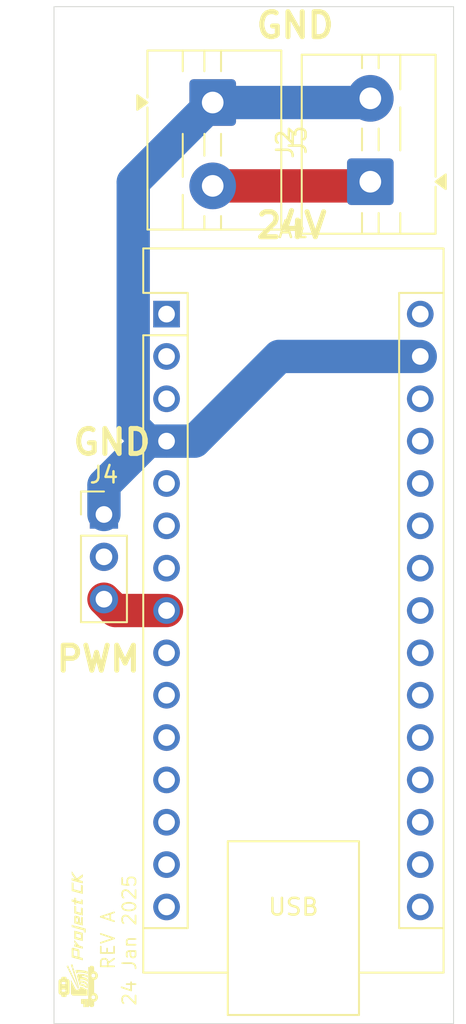
<source format=kicad_pcb>
(kicad_pcb (version 20241229) (generator "pcbnew") (generator_version "9.0")
  (layers (0 "F.Cu" signal) (2 "B.Cu" signal) (13 "F.Paste" user) (15 "B.Paste" user) (5 "F.SilkS" user "F.Silkscreen") (7 "B.SilkS" user "B.Silkscreen") (1 "F.Mask" user) (3 "B.Mask" user) (25 "Edge.Cuts" user))
  (net 0 "")
  (net 10 "/PWM")
  (net 13 "GND")
  (net 30 "+24V")
  (footprint "LOGO" (layer "F.Cu") (at 107 88 90)
    (property "Reference" "G***" (hide yes))
    (property "Value" "LOGO" (hide yes))
  )
  (footprint "Module:Arduino_Nano" (layer "F.Cu") (at 112.76 50.44)
    (property "Reference" "A1" (at 7.62 -5.08 0) (layer "F.SilkS"))
    (property "Value" "Arduino_Nano_Every")
    (fp_text user "USB" (at 7.62 35.56 0) (layer "F.SilkS"))
    (pad "1" thru_hole rect (at 0 0) (size 1.6 1.6) (drill 1) (layers "*.Cu" "*.Mask"))
    (pad "2" thru_hole oval (at 0 2.54) (size 1.6 1.6) (drill 1) (layers "*.Cu" "*.Mask"))
    (pad "3" thru_hole oval (at 0 5.08) (size 1.6 1.6) (drill 1) (layers "*.Cu" "*.Mask"))
    (pad "4" thru_hole oval (at 0 7.62) (size 1.6 1.6) (drill 1) (layers "*.Cu" "*.Mask") (net 13 "GND"))
    (pad "5" thru_hole oval (at 0 10.16) (size 1.6 1.6) (drill 1) (layers "*.Cu" "*.Mask"))
    (pad "6" thru_hole oval (at 0 12.7) (size 1.6 1.6) (drill 1) (layers "*.Cu" "*.Mask"))
    (pad "7" thru_hole oval (at 0 15.24) (size 1.6 1.6) (drill 1) (layers "*.Cu" "*.Mask"))
    (pad "8" thru_hole oval (at 0 17.78) (size 1.6 1.6) (drill 1) (layers "*.Cu" "*.Mask") (net 10 "/PWM"))
    (pad "9" thru_hole oval (at 0 20.32) (size 1.6 1.6) (drill 1) (layers "*.Cu" "*.Mask"))
    (pad "10" thru_hole oval (at 0 22.86) (size 1.6 1.6) (drill 1) (layers "*.Cu" "*.Mask"))
    (pad "11" thru_hole oval (at 0 25.4) (size 1.6 1.6) (drill 1) (layers "*.Cu" "*.Mask"))
    (pad "12" thru_hole oval (at 0 27.94) (size 1.6 1.6) (drill 1) (layers "*.Cu" "*.Mask"))
    (pad "13" thru_hole oval (at 0 30.48) (size 1.6 1.6) (drill 1) (layers "*.Cu" "*.Mask"))
    (pad "14" thru_hole oval (at 0 33.02) (size 1.6 1.6) (drill 1) (layers "*.Cu" "*.Mask"))
    (pad "15" thru_hole oval (at 0 35.56) (size 1.6 1.6) (drill 1) (layers "*.Cu" "*.Mask"))
    (pad "16" thru_hole oval (at 15.24 35.56) (size 1.6 1.6) (drill 1) (layers "*.Cu" "*.Mask"))
    (pad "17" thru_hole oval (at 15.24 33.02) (size 1.6 1.6) (drill 1) (layers "*.Cu" "*.Mask"))
    (pad "18" thru_hole oval (at 15.24 30.48) (size 1.6 1.6) (drill 1) (layers "*.Cu" "*.Mask"))
    (pad "19" thru_hole oval (at 15.24 27.94) (size 1.6 1.6) (drill 1) (layers "*.Cu" "*.Mask"))
    (pad "20" thru_hole oval (at 15.24 25.4) (size 1.6 1.6) (drill 1) (layers "*.Cu" "*.Mask"))
    (pad "21" thru_hole oval (at 15.24 22.86) (size 1.6 1.6) (drill 1) (layers "*.Cu" "*.Mask"))
    (pad "22" thru_hole oval (at 15.24 20.32) (size 1.6 1.6) (drill 1) (layers "*.Cu" "*.Mask"))
    (pad "23" thru_hole oval (at 15.24 17.78) (size 1.6 1.6) (drill 1) (layers "*.Cu" "*.Mask"))
    (pad "24" thru_hole oval (at 15.24 15.24) (size 1.6 1.6) (drill 1) (layers "*.Cu" "*.Mask"))
    (pad "25" thru_hole oval (at 15.24 12.7) (size 1.6 1.6) (drill 1) (layers "*.Cu" "*.Mask"))
    (pad "26" thru_hole oval (at 15.24 10.16) (size 1.6 1.6) (drill 1) (layers "*.Cu" "*.Mask"))
    (pad "27" thru_hole oval (at 15.24 7.62) (size 1.6 1.6) (drill 1) (layers "*.Cu" "*.Mask"))
    (pad "28" thru_hole oval (at 15.24 5.08) (size 1.6 1.6) (drill 1) (layers "*.Cu" "*.Mask"))
    (pad "29" thru_hole oval (at 15.24 2.54) (size 1.6 1.6) (drill 1) (layers "*.Cu" "*.Mask") (net 13 "GND"))
    (pad "30" thru_hole oval (at 15.24 0) (size 1.6 1.6) (drill 1) (layers "*.Cu" "*.Mask"))
  )
  (footprint "TerminalBlock:TerminalBlock_MaiXu_MX126-5.0-02P_1x02_P5.00mm" (layer "F.Cu") (at 115.5325 37.75 -90)
    (property "Reference" "J3" (at 2.25 -5.12 90) (layer "F.SilkS"))
    (property "Value" "Conn_01x02_Socket")
    (pad "1" thru_hole roundrect (at 0 0 270) (size 2.8 2.8) (drill 1.3) (layers "*.Cu" "*.Mask") (roundrect_rratio 0.089286) (net 13 "GND"))
    (pad "2" thru_hole circle (at 5 0 270) (size 2.8 2.8) (drill 1.3) (layers "*.Cu" "*.Mask") (net 30 "+24V"))
  )
  (footprint "TerminalBlock:TerminalBlock_MaiXu_MX126-5.0-02P_1x02_P5.00mm" (layer "F.Cu") (at 125 42.5 90)
    (property "Reference" "J2" (at 2.25 -5.12 90) (layer "F.SilkS"))
    (property "Value" "Conn_01x02_Socket")
    (pad "1" thru_hole roundrect (at 0 0 90) (size 2.8 2.8) (drill 1.3) (layers "*.Cu" "*.Mask") (roundrect_rratio 0.089286) (net 30 "+24V"))
    (pad "2" thru_hole circle (at 5 0 90) (size 2.8 2.8) (drill 1.3) (layers "*.Cu" "*.Mask") (net 13 "GND"))
  )
  (footprint "Connector_PinHeader_2.54mm:PinHeader_1x03_P2.54mm_Vertical" (layer "F.Cu") (at 109 62.46)
    (property "Reference" "J4" (at 0 -2.38 0) (layer "F.SilkS"))
    (property "Value" "Conn_01x03_Pin")
    (pad "1" thru_hole rect (at 0 0) (size 1.7 1.7) (drill 1) (layers "*.Cu" "*.Mask") (net 13 "GND"))
    (pad "2" thru_hole circle (at 0 2.54) (size 1.7 1.7) (drill 1) (layers "*.Cu" "*.Mask"))
    (pad "3" thru_hole circle (at 0 5.08) (size 1.7 1.7) (drill 1) (layers "*.Cu" "*.Mask") (net 10 "/PWM"))
  )
  (gr_line (start 130 32) (end 106 32) (stroke (width 0.05)) (layer "Edge.Cuts"))
  (gr_line (start 130 93) (end 130 32) (stroke (width 0.05)) (layer "Edge.Cuts"))
  (gr_line (start 106 93) (end 130 93) (stroke (width 0.05)) (layer "Edge.Cuts"))
  (gr_line (start 106 32) (end 106 93) (stroke (width 0.05)) (layer "Edge.Cuts"))
  (gr_text "24V" (at 118 46 0) (layer "F.SilkS") (effects (font (size 1.5 1.5) (thickness 0.3) (bold yes)) (justify left bottom)))
  (gr_text "GND" (at 118 34 0) (layer "F.SilkS") (effects (font (size 1.5 1.5) (thickness 0.3) (bold yes)) (justify left bottom)))
  (gr_text "GND" (at 107 59 0) (layer "F.SilkS") (effects (font (size 1.5 1.5) (thickness 0.3) (bold yes)) (justify left bottom)))
  (gr_text "PWM" (at 106 72 0) (layer "F.SilkS") (effects (font (size 1.5 1.5) (thickness 0.3) (bold yes)) (justify left bottom)))
  (gr_text "REV A\n24 Jan 2025" (at 111 88 90) (layer "F.SilkS") (effects (font (size 0.8 0.8) (thickness 0.1)) (justify bottom)))
  (segment (start 109.68 68.22) (end 112.76 68.22) (width 2) (layer "F.Cu") (net 10))
  (segment (start 109 67.54) (end 109.68 68.22) (width 2) (layer "F.Cu") (net 10))
  (segment (start 119.52 52.98) (end 128 52.98) (width 2) (layer "B.Cu") (net 13))
  (segment (start 124.75 37.75) (end 125 37.5) (width 2) (layer "B.Cu") (net 13))
  (segment (start 112.76 58.06) (end 114.44 58.06) (width 2) (layer "B.Cu") (net 13))
  (segment (start 114.44 58.06) (end 119.52 52.98) (width 2) (layer "B.Cu") (net 13))
  (segment (start 111.62863 58.06) (end 110.759 57.19037) (width 2) (layer "B.Cu") (net 13))
  (segment (start 115.5325 37.75) (end 124.75 37.75) (width 2) (layer "B.Cu") (net 13))
  (segment (start 112.76 58.06) (end 111.62863 58.06) (width 2) (layer "B.Cu") (net 13))
  (segment (start 110.759 42.5235) (end 115.5325 37.75) (width 2) (layer "B.Cu") (net 13))
  (segment (start 109 60.68863) (end 109 62.46) (width 2) (layer "B.Cu") (net 13))
  (segment (start 110.759 57.19037) (end 110.759 42.5235) (width 2) (layer "B.Cu") (net 13))
  (segment (start 111.62863 58.06) (end 109 60.68863) (width 2) (layer "B.Cu") (net 13))
  (segment (start 124.75 42.75) (end 125 42.5) (width 2) (layer "F.Cu") (net 30))
  (segment (start 115.5325 42.75) (end 124.75 42.75) (width 2) (layer "F.Cu") (net 30))
)
</source>
